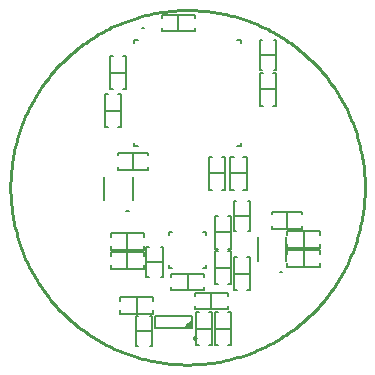
<source format=gbo>
G04*
G04 #@! TF.GenerationSoftware,Altium Limited,Altium Designer,22.0.2 (36)*
G04*
G04 Layer_Color=32896*
%FSLAX25Y25*%
%MOIN*%
G70*
G04*
G04 #@! TF.SameCoordinates,88A3576D-DDBD-4DCA-BD86-A28AD9FD0996*
G04*
G04*
G04 #@! TF.FilePolarity,Positive*
G04*
G01*
G75*
%ADD10C,0.00500*%
%ADD11C,0.00787*%
%ADD12C,0.00591*%
%ADD13C,0.01000*%
%ADD64C,0.00984*%
%ADD65C,0.00394*%
G36*
X1378Y-46850D02*
Y-44882D01*
X787D01*
X-394Y-46063D01*
Y-46850D01*
X1378D01*
D02*
G37*
D10*
X-27795Y-4272D02*
Y3602D01*
X-18268Y-4272D02*
Y3602D01*
X23356Y-24468D02*
Y-16594D01*
X32884Y-24468D02*
Y-16594D01*
X17717Y13780D02*
Y14961D01*
X-17717Y13780D02*
Y14961D01*
X17717Y48031D02*
Y49213D01*
X-17717Y48031D02*
Y49213D01*
X16535Y13780D02*
X17717D01*
X-17717D02*
X-16535D01*
X16535Y49213D02*
X17717D01*
X-17717D02*
X-16535D01*
X6102Y-15748D02*
Y-14764D01*
X5118D02*
X6102D01*
X5118Y-26969D02*
X6102D01*
Y-25984D01*
X-6102Y-26969D02*
X-5118D01*
X-6102D02*
Y-25984D01*
Y-15748D02*
Y-14764D01*
X-5118D01*
D11*
X-19685Y-7913D02*
X-20472D01*
X-19685D01*
X1378Y-44882D02*
X492Y-45119D01*
X-156Y-45768D01*
X-394Y-46654D01*
X31466Y-28110D02*
X30679D01*
X31466D01*
X-14370Y53130D02*
X-15157D01*
X-14370D01*
X-15157D01*
X-14370D01*
X-10827Y-42913D02*
X1378D01*
X-10827Y-46850D02*
X1378D01*
X-10827D02*
Y-42913D01*
X1378Y-46850D02*
Y-42913D01*
X-394Y-46850D02*
Y-46654D01*
D12*
X24016Y32677D02*
X29528D01*
X28346Y27165D02*
X29528D01*
Y38189D01*
X28346D02*
X29528D01*
X24016D02*
X25197D01*
X24016Y27165D02*
Y38189D01*
Y27165D02*
X25197D01*
X-20079Y-20866D02*
Y-15354D01*
X-14567Y-16535D02*
Y-15354D01*
X-25591D02*
X-14567D01*
X-25591Y-16535D02*
Y-15354D01*
Y-20866D02*
Y-19685D01*
Y-20866D02*
X-14567D01*
Y-19685D01*
X-23110Y10661D02*
Y11417D01*
X-13110D01*
Y10661D02*
Y11417D01*
Y5906D02*
Y6661D01*
X-23110Y5906D02*
X-13110D01*
X-23110D02*
Y6661D01*
X-18110Y5906D02*
Y11417D01*
X-20079Y-27165D02*
Y-21654D01*
X-25591Y-27165D02*
Y-25984D01*
Y-27165D02*
X-14567D01*
Y-25984D01*
Y-22835D02*
Y-21654D01*
X-25591D02*
X-14567D01*
X-25591Y-22835D02*
Y-21654D01*
X24016Y44094D02*
X29528D01*
X28772Y39094D02*
X29528D01*
Y49095D01*
X28772D02*
X29528D01*
X24016D02*
X24772D01*
X24016Y39094D02*
Y49095D01*
Y39094D02*
X24772D01*
X15354Y-34252D02*
X16535D01*
X15354D02*
Y-23228D01*
X16535D01*
X19685D02*
X20866D01*
Y-34252D02*
Y-23228D01*
X19685Y-34252D02*
X20866D01*
X15354Y-28740D02*
X20866D01*
X-17323Y-48031D02*
X-11811D01*
X-17323Y-43031D02*
X-16567D01*
X-17323Y-53031D02*
Y-43031D01*
Y-53031D02*
X-16567D01*
X-12567D02*
X-11811D01*
Y-43031D01*
X-12567D02*
X-11811D01*
X-11417Y-42126D02*
Y-40945D01*
X-22441Y-42126D02*
X-11417D01*
X-22441D02*
Y-40945D01*
Y-37795D02*
Y-36614D01*
X-11417D01*
Y-37795D02*
Y-36614D01*
X-16929Y-42126D02*
Y-36614D01*
X9055Y-52567D02*
X10236D01*
X9055D02*
Y-41543D01*
X10236D01*
X13386D02*
X14567D01*
Y-52567D02*
Y-41543D01*
X13386Y-52567D02*
X14567D01*
X9055Y-47055D02*
X14567D01*
X7087Y-41543D02*
X8268D01*
Y-52567D02*
Y-41543D01*
X7087Y-52567D02*
X8268D01*
X2756D02*
X3937D01*
X2756D02*
Y-41543D01*
X3937D01*
X2756Y-47055D02*
X8268D01*
X13386Y-40551D02*
Y-39370D01*
X2362Y-40551D02*
X13386D01*
X2362D02*
Y-39370D01*
Y-36220D02*
Y-35039D01*
X13386D01*
Y-36220D02*
Y-35039D01*
X7874Y-40551D02*
Y-35039D01*
X28041Y-9024D02*
Y-8268D01*
X38041D01*
Y-9024D02*
Y-8268D01*
Y-13780D02*
Y-13024D01*
X28041Y-13780D02*
X38041D01*
X28041D02*
Y-13024D01*
X33041Y-13780D02*
Y-8268D01*
X38750Y-20138D02*
Y-14626D01*
X44262Y-15807D02*
Y-14626D01*
X33238D02*
X44262D01*
X33238Y-15807D02*
Y-14626D01*
Y-20138D02*
Y-18957D01*
Y-20138D02*
X44262D01*
Y-18957D01*
X38750Y-26437D02*
Y-20925D01*
X33238Y-26437D02*
Y-25256D01*
Y-26437D02*
X44262D01*
Y-25256D01*
Y-22106D02*
Y-20925D01*
X33238D02*
X44262D01*
X33238Y-22106D02*
Y-20925D01*
X14173Y4724D02*
X19685D01*
X14173Y10236D02*
X15354D01*
X14173Y-787D02*
Y10236D01*
Y-787D02*
X15354D01*
X18504D02*
X19685D01*
Y10236D01*
X18504D02*
X19685D01*
X-25984Y38189D02*
X-20472D01*
X-25984Y43701D02*
X-24803D01*
X-25984Y32677D02*
Y43701D01*
Y32677D02*
X-24803D01*
X-21654D02*
X-20472D01*
Y43701D01*
X-21654D02*
X-20472D01*
X-3150Y51968D02*
Y57480D01*
X2362Y56299D02*
Y57480D01*
X-8661D02*
X2362D01*
X-8661Y56299D02*
Y57480D01*
Y51968D02*
Y53150D01*
Y51968D02*
X2362D01*
Y53150D01*
X7087Y4724D02*
X12598D01*
X7087Y10236D02*
X8268D01*
X7087Y-787D02*
Y10236D01*
Y-787D02*
X8268D01*
X11417D02*
X12598D01*
Y10236D01*
X11417D02*
X12598D01*
X-27559Y25591D02*
X-22047D01*
X-23228Y20079D02*
X-22047D01*
Y31102D01*
X-23228D02*
X-22047D01*
X-27559D02*
X-26378D01*
X-27559Y20079D02*
Y31102D01*
Y20079D02*
X-26378D01*
X9055Y-14961D02*
X14567D01*
X13386Y-20472D02*
X14567D01*
Y-9449D01*
X13386D02*
X14567D01*
X9055D02*
X10236D01*
X9055Y-20472D02*
Y-9449D01*
Y-20472D02*
X10236D01*
X9055Y-26772D02*
X14567D01*
X13386Y-32283D02*
X14567D01*
Y-21260D01*
X13386D02*
X14567D01*
X9055D02*
X10236D01*
X9055Y-32283D02*
Y-21260D01*
Y-32283D02*
X10236D01*
X20110Y-4646D02*
X20866D01*
Y-14646D02*
Y-4646D01*
X20110Y-14646D02*
X20866D01*
X15354D02*
X16110D01*
X15354D02*
Y-4646D01*
X16110D01*
X15354Y-9646D02*
X20866D01*
X-9024Y-19803D02*
X-8268D01*
Y-29803D02*
Y-19803D01*
X-9024Y-29803D02*
X-8268D01*
X-13780D02*
X-13024D01*
X-13780D02*
Y-19803D01*
X-13024D01*
X-13780Y-24803D02*
X-8268D01*
X0Y-34252D02*
Y-28740D01*
X-5512Y-34252D02*
Y-33071D01*
Y-34252D02*
X5512D01*
Y-33071D01*
Y-29921D02*
Y-28740D01*
X-5512D02*
X5512D01*
X-5512Y-29921D02*
Y-28740D01*
D13*
X59055Y0D02*
X59047Y1000D01*
X59021Y2000D01*
X58979Y2999D01*
X58920Y3997D01*
X58843Y4995D01*
X58750Y5991D01*
X58641Y6985D01*
X58514Y7977D01*
X58371Y8967D01*
X58210Y9954D01*
X58033Y10938D01*
X57840Y11919D01*
X57630Y12897D01*
X57403Y13871D01*
X57160Y14841D01*
X56900Y15807D01*
X56624Y16769D01*
X56332Y17725D01*
X56024Y18677D01*
X55700Y19623D01*
X55359Y20563D01*
X55003Y21498D01*
X54631Y22426D01*
X54244Y23348D01*
X53841Y24263D01*
X53422Y25172D01*
X52988Y26073D01*
X52539Y26966D01*
X52075Y27852D01*
X51595Y28730D01*
X51101Y29600D01*
X50593Y30461D01*
X50070Y31313D01*
X49532Y32157D01*
X48981Y32991D01*
X48415Y33816D01*
X47835Y34631D01*
X47242Y35436D01*
X46635Y36231D01*
X46015Y37015D01*
X45381Y37789D01*
X44735Y38552D01*
X44076Y39305D01*
X43404Y40045D01*
X42719Y40775D01*
X42023Y41492D01*
X41314Y42198D01*
X40593Y42892D01*
X39861Y43573D01*
X39118Y44242D01*
X38363Y44898D01*
X37597Y45541D01*
X36820Y46171D01*
X36033Y46788D01*
X35236Y47392D01*
X34428Y47982D01*
X33610Y48558D01*
X32783Y49120D01*
X31947Y49668D01*
X31101Y50202D01*
X30246Y50721D01*
X29383Y51226D01*
X28511Y51717D01*
X27631Y52192D01*
X26744Y52653D01*
X25848Y53098D01*
X24945Y53528D01*
X24035Y53943D01*
X23118Y54342D01*
X22195Y54726D01*
X21264Y55094D01*
X20328Y55446D01*
X19387Y55782D01*
X18439Y56103D01*
X17486Y56407D01*
X16529Y56695D01*
X15566Y56967D01*
X14599Y57222D01*
X13628Y57461D01*
X12653Y57684D01*
X11674Y57890D01*
X10692Y58079D01*
X9707Y58252D01*
X8719Y58408D01*
X7729Y58547D01*
X6736Y58670D01*
X5742Y58775D01*
X4746Y58864D01*
X3748Y58936D01*
X2749Y58991D01*
X1750Y59029D01*
X750Y59050D01*
X-250Y59055D01*
X-1250Y59042D01*
X-2250Y59012D01*
X-3249Y58966D01*
X-4247Y58902D01*
X-5244Y58822D01*
X-6239Y58725D01*
X-7233Y58610D01*
X-8224Y58480D01*
X-9214Y58332D01*
X-10200Y58167D01*
X-11184Y57986D01*
X-12164Y57789D01*
X-13141Y57574D01*
X-14114Y57344D01*
X-15083Y57096D01*
X-16048Y56833D01*
X-17008Y56553D01*
X-17964Y56257D01*
X-18914Y55944D01*
X-19858Y55616D01*
X-20797Y55272D01*
X-21731Y54912D01*
X-22657Y54536D01*
X-23578Y54144D01*
X-24491Y53737D01*
X-25398Y53315D01*
X-26297Y52877D01*
X-27189Y52424D01*
X-28073Y51956D01*
X-28948Y51473D01*
X-29816Y50976D01*
X-30675Y50463D01*
X-31525Y49937D01*
X-32366Y49396D01*
X-33198Y48840D01*
X-34021Y48271D01*
X-34833Y47688D01*
X-35636Y47091D01*
X-36428Y46481D01*
X-37210Y45858D01*
X-37981Y45221D01*
X-38742Y44571D01*
X-39491Y43909D01*
X-40229Y43234D01*
X-40955Y42546D01*
X-41670Y41846D01*
X-42373Y41135D01*
X-43063Y40411D01*
X-43741Y39676D01*
X-44407Y38930D01*
X-45060Y38172D01*
X-45700Y37404D01*
X-46327Y36624D01*
X-46940Y35835D01*
X-47541Y35034D01*
X-48127Y34224D01*
X-48700Y33404D01*
X-49258Y32575D01*
X-49803Y31736D01*
X-50333Y30888D01*
X-50849Y30031D01*
X-51350Y29166D01*
X-51837Y28292D01*
X-52309Y27410D01*
X-52765Y26520D01*
X-53207Y25623D01*
X-53633Y24718D01*
X-54044Y23806D01*
X-54440Y22888D01*
X-54819Y21962D01*
X-55183Y21031D01*
X-55532Y20093D01*
X-55864Y19150D01*
X-56180Y18201D01*
X-56480Y17247D01*
X-56764Y16288D01*
X-57032Y15325D01*
X-57284Y14357D01*
X-57518Y13384D01*
X-57737Y12408D01*
X-57939Y11429D01*
X-58124Y10446D01*
X-58293Y9460D01*
X-58444Y8472D01*
X-58579Y7481D01*
X-58698Y6488D01*
X-58799Y5493D01*
X-58884Y4496D01*
X-58951Y3498D01*
X-59002Y2499D01*
X-59036Y1500D01*
X-59053Y500D01*
X-59053Y-500D01*
X-59036Y-1500D01*
X-59002Y-2500D01*
X-58951Y-3499D01*
X-58884Y-4497D01*
X-58799Y-5493D01*
X-58698Y-6488D01*
X-58579Y-7481D01*
X-58444Y-8472D01*
X-58292Y-9461D01*
X-58124Y-10447D01*
X-57938Y-11429D01*
X-57737Y-12409D01*
X-57518Y-13385D01*
X-57283Y-14357D01*
X-57032Y-15325D01*
X-56764Y-16289D01*
X-56480Y-17248D01*
X-56180Y-18202D01*
X-55864Y-19151D01*
X-55532Y-20094D01*
X-55183Y-21031D01*
X-54819Y-21963D01*
X-54439Y-22888D01*
X-54044Y-23807D01*
X-53633Y-24719D01*
X-53207Y-25623D01*
X-52765Y-26521D01*
X-52308Y-27411D01*
X-51837Y-28292D01*
X-51350Y-29166D01*
X-50849Y-30032D01*
X-50333Y-30889D01*
X-49803Y-31736D01*
X-49258Y-32575D01*
X-48699Y-33405D01*
X-48127Y-34225D01*
X-47540Y-35035D01*
X-46940Y-35835D01*
X-46326Y-36625D01*
X-45700Y-37404D01*
X-45059Y-38173D01*
X-44407Y-38930D01*
X-43741Y-39677D01*
X-43063Y-40412D01*
X-42372Y-41135D01*
X-41669Y-41847D01*
X-40955Y-42546D01*
X-40229Y-43234D01*
X-39491Y-43909D01*
X-38741Y-44572D01*
X-37981Y-45221D01*
X-37210Y-45858D01*
X-36428Y-46481D01*
X-35635Y-47092D01*
X-34833Y-47688D01*
X-34020Y-48272D01*
X-33198Y-48841D01*
X-32366Y-49396D01*
X-31525Y-49937D01*
X-30674Y-50464D01*
X-29816Y-50976D01*
X-28948Y-51473D01*
X-28072Y-51956D01*
X-27188Y-52424D01*
X-26296Y-52877D01*
X-25397Y-53315D01*
X-24491Y-53737D01*
X-23577Y-54145D01*
X-22657Y-54536D01*
X-21730Y-54912D01*
X-20797Y-55272D01*
X-19858Y-55616D01*
X-18913Y-55945D01*
X-17963Y-56257D01*
X-17008Y-56553D01*
X-16048Y-56833D01*
X-15083Y-57097D01*
X-14114Y-57344D01*
X-13141Y-57575D01*
X-12164Y-57789D01*
X-11183Y-57986D01*
X-10200Y-58168D01*
X-9213Y-58332D01*
X-8224Y-58480D01*
X-7232Y-58611D01*
X-6239Y-58725D01*
X-5244Y-58822D01*
X-4247Y-58902D01*
X-3249Y-58966D01*
X-2249Y-59012D01*
X-1250Y-59042D01*
X-250Y-59055D01*
X750Y-59050D01*
X1750Y-59029D01*
X2750Y-58991D01*
X3748Y-58936D01*
X4746Y-58864D01*
X5742Y-58775D01*
X6736Y-58670D01*
X7729Y-58547D01*
X8719Y-58408D01*
X9707Y-58252D01*
X10692Y-58079D01*
X11674Y-57890D01*
X12653Y-57684D01*
X13628Y-57461D01*
X14599Y-57222D01*
X15566Y-56967D01*
X16529Y-56695D01*
X17486Y-56407D01*
X18439Y-56103D01*
X19387Y-55782D01*
X20328Y-55446D01*
X21264Y-55094D01*
X22195Y-54726D01*
X23118Y-54342D01*
X24035Y-53943D01*
X24945Y-53528D01*
X25848Y-53098D01*
X26744Y-52653D01*
X27631Y-52192D01*
X28511Y-51717D01*
X29383Y-51227D01*
X30246Y-50722D01*
X31101Y-50202D01*
X31947Y-49668D01*
X32783Y-49120D01*
X33610Y-48558D01*
X34428Y-47982D01*
X35235Y-47392D01*
X36033Y-46788D01*
X36820Y-46171D01*
X37597Y-45541D01*
X38363Y-44898D01*
X39117Y-44242D01*
X39861Y-43573D01*
X40593Y-42892D01*
X41314Y-42198D01*
X42022Y-41493D01*
X42719Y-40775D01*
X43403Y-40046D01*
X44075Y-39305D01*
X44735Y-38553D01*
X45381Y-37790D01*
X46014Y-37016D01*
X46635Y-36231D01*
X47242Y-35436D01*
X47835Y-34631D01*
X48415Y-33816D01*
X48980Y-32991D01*
X49532Y-32157D01*
X50069Y-31314D01*
X50593Y-30461D01*
X51101Y-29600D01*
X51595Y-28731D01*
X52074Y-27853D01*
X52539Y-26967D01*
X52988Y-26073D01*
X53422Y-25172D01*
X53840Y-24264D01*
X54243Y-23349D01*
X54631Y-22427D01*
X55003Y-21498D01*
X55359Y-20564D01*
X55699Y-19623D01*
X56024Y-18677D01*
X56332Y-17726D01*
X56624Y-16769D01*
X56900Y-15808D01*
X57160Y-14842D01*
X57403Y-13872D01*
X57629Y-12898D01*
X57840Y-11920D01*
X58033Y-10939D01*
X58210Y-9955D01*
X58370Y-8967D01*
X58514Y-7978D01*
X58640Y-6986D01*
X58750Y-5991D01*
X58843Y-4996D01*
X58920Y-3999D01*
X58979Y-3000D01*
X59021Y-2001D01*
X59047Y-1001D01*
X59055Y-1D01*
Y0D01*
D64*
X2756Y-50197D02*
X2018Y-49771D01*
Y-50623D01*
X2756Y-50197D01*
D65*
X-3740Y-12008D02*
D03*
M02*

</source>
